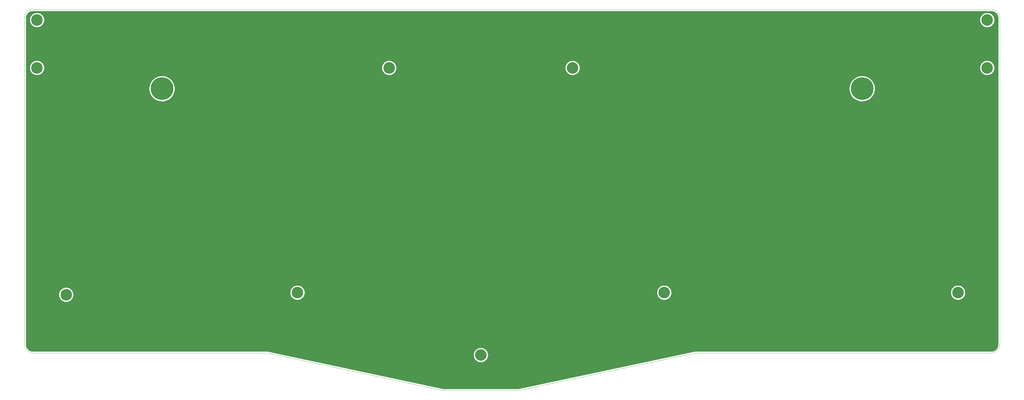
<source format=gbr>
%TF.GenerationSoftware,KiCad,Pcbnew,5.1.7-a382d34a8~88~ubuntu20.04.1*%
%TF.CreationDate,2021-02-22T02:14:22+01:00*%
%TF.ProjectId,basketweave_bottom,6261736b-6574-4776-9561-76655f626f74,rev?*%
%TF.SameCoordinates,Original*%
%TF.FileFunction,Copper,L1,Top*%
%TF.FilePolarity,Positive*%
%FSLAX46Y46*%
G04 Gerber Fmt 4.6, Leading zero omitted, Abs format (unit mm)*
G04 Created by KiCad (PCBNEW 5.1.7-a382d34a8~88~ubuntu20.04.1) date 2021-02-22 02:14:22*
%MOMM*%
%LPD*%
G01*
G04 APERTURE LIST*
%TA.AperFunction,Profile*%
%ADD10C,0.050000*%
%TD*%
%TA.AperFunction,ComponentPad*%
%ADD11C,4.400000*%
%TD*%
%TA.AperFunction,ComponentPad*%
%ADD12C,8.600000*%
%TD*%
%TA.AperFunction,NonConductor*%
%ADD13C,0.254000*%
%TD*%
%TA.AperFunction,NonConductor*%
%ADD14C,0.150000*%
%TD*%
G04 APERTURE END LIST*
D10*
X394493750Y-200818750D02*
G75*
G02*
X391318750Y-203993750I-3175000J0D01*
G01*
X26193750Y-203993750D02*
X115443000Y-203993750D01*
X391318750Y-73025000D02*
G75*
G02*
X394493750Y-76200000I0J-3175000D01*
G01*
X391318750Y-203993750D02*
X278606250Y-203993750D01*
X278606250Y-203993750D02*
X211137500Y-218281250D01*
X182562500Y-218281250D02*
X211137500Y-218281250D01*
X115443000Y-203993750D02*
X182562500Y-218281250D01*
X23018750Y-76200000D02*
G75*
G02*
X26193750Y-73025000I3175000J0D01*
G01*
X26193750Y-73025000D02*
X391318750Y-73025000D01*
X23018750Y-76200000D02*
X23018750Y-200818750D01*
X394493750Y-76200000D02*
X394493750Y-200818750D01*
X26193750Y-203993750D02*
G75*
G02*
X23018750Y-200818750I0J3175000D01*
G01*
D11*
X378618750Y-180975000D03*
X27781250Y-76993750D03*
D12*
X75406250Y-103187500D03*
D11*
X266700000Y-180975000D03*
X127000000Y-180975000D03*
X27781250Y-95250000D03*
X389731250Y-76993750D03*
X196850000Y-204787500D03*
X161925000Y-95250000D03*
X38893750Y-181768750D03*
X231775000Y-95250000D03*
X389731250Y-95250000D03*
D12*
X342106250Y-103187500D03*
D13*
X391806634Y-73736002D02*
X392275938Y-73877694D01*
X392708775Y-74107837D01*
X393088677Y-74417678D01*
X393401153Y-74795397D01*
X393634319Y-75226627D01*
X393779282Y-75694928D01*
X393833750Y-76213153D01*
X393833751Y-200786462D01*
X393782748Y-201306633D01*
X393641057Y-201775936D01*
X393410911Y-202208778D01*
X393101073Y-202588677D01*
X392723350Y-202901156D01*
X392292123Y-203134319D01*
X391823823Y-203279282D01*
X391305597Y-203333750D01*
X278634582Y-203333750D01*
X278598071Y-203330608D01*
X278537550Y-203337323D01*
X278476867Y-203343300D01*
X278441787Y-203353942D01*
X211068389Y-217621250D01*
X182631972Y-217621250D01*
X121030133Y-204508277D01*
X194015000Y-204508277D01*
X194015000Y-205066723D01*
X194123948Y-205614439D01*
X194337656Y-206130376D01*
X194647912Y-206594707D01*
X195042793Y-206989588D01*
X195507124Y-207299844D01*
X196023061Y-207513552D01*
X196570777Y-207622500D01*
X197129223Y-207622500D01*
X197676939Y-207513552D01*
X198192876Y-207299844D01*
X198657207Y-206989588D01*
X199052088Y-206594707D01*
X199362344Y-206130376D01*
X199576052Y-205614439D01*
X199685000Y-205066723D01*
X199685000Y-204508277D01*
X199576052Y-203960561D01*
X199362344Y-203444624D01*
X199052088Y-202980293D01*
X198657207Y-202585412D01*
X198192876Y-202275156D01*
X197676939Y-202061448D01*
X197129223Y-201952500D01*
X196570777Y-201952500D01*
X196023061Y-202061448D01*
X195507124Y-202275156D01*
X195042793Y-202585412D01*
X194647912Y-202980293D01*
X194337656Y-203444624D01*
X194123948Y-203960561D01*
X194015000Y-204508277D01*
X121030133Y-204508277D01*
X115607797Y-203354043D01*
X115572383Y-203343300D01*
X115512046Y-203337357D01*
X115451877Y-203330617D01*
X115415015Y-203333750D01*
X26226028Y-203333750D01*
X25705867Y-203282748D01*
X25236564Y-203141057D01*
X24803722Y-202910911D01*
X24423823Y-202601073D01*
X24111344Y-202223350D01*
X23878181Y-201792123D01*
X23733218Y-201323823D01*
X23678750Y-200805597D01*
X23678750Y-181489527D01*
X36058750Y-181489527D01*
X36058750Y-182047973D01*
X36167698Y-182595689D01*
X36381406Y-183111626D01*
X36691662Y-183575957D01*
X37086543Y-183970838D01*
X37550874Y-184281094D01*
X38066811Y-184494802D01*
X38614527Y-184603750D01*
X39172973Y-184603750D01*
X39720689Y-184494802D01*
X40236626Y-184281094D01*
X40700957Y-183970838D01*
X41095838Y-183575957D01*
X41406094Y-183111626D01*
X41619802Y-182595689D01*
X41728750Y-182047973D01*
X41728750Y-181489527D01*
X41619802Y-180941811D01*
X41517892Y-180695777D01*
X124165000Y-180695777D01*
X124165000Y-181254223D01*
X124273948Y-181801939D01*
X124487656Y-182317876D01*
X124797912Y-182782207D01*
X125192793Y-183177088D01*
X125657124Y-183487344D01*
X126173061Y-183701052D01*
X126720777Y-183810000D01*
X127279223Y-183810000D01*
X127826939Y-183701052D01*
X128342876Y-183487344D01*
X128807207Y-183177088D01*
X129202088Y-182782207D01*
X129512344Y-182317876D01*
X129726052Y-181801939D01*
X129835000Y-181254223D01*
X129835000Y-180695777D01*
X263865000Y-180695777D01*
X263865000Y-181254223D01*
X263973948Y-181801939D01*
X264187656Y-182317876D01*
X264497912Y-182782207D01*
X264892793Y-183177088D01*
X265357124Y-183487344D01*
X265873061Y-183701052D01*
X266420777Y-183810000D01*
X266979223Y-183810000D01*
X267526939Y-183701052D01*
X268042876Y-183487344D01*
X268507207Y-183177088D01*
X268902088Y-182782207D01*
X269212344Y-182317876D01*
X269426052Y-181801939D01*
X269535000Y-181254223D01*
X269535000Y-180695777D01*
X375783750Y-180695777D01*
X375783750Y-181254223D01*
X375892698Y-181801939D01*
X376106406Y-182317876D01*
X376416662Y-182782207D01*
X376811543Y-183177088D01*
X377275874Y-183487344D01*
X377791811Y-183701052D01*
X378339527Y-183810000D01*
X378897973Y-183810000D01*
X379445689Y-183701052D01*
X379961626Y-183487344D01*
X380425957Y-183177088D01*
X380820838Y-182782207D01*
X381131094Y-182317876D01*
X381344802Y-181801939D01*
X381453750Y-181254223D01*
X381453750Y-180695777D01*
X381344802Y-180148061D01*
X381131094Y-179632124D01*
X380820838Y-179167793D01*
X380425957Y-178772912D01*
X379961626Y-178462656D01*
X379445689Y-178248948D01*
X378897973Y-178140000D01*
X378339527Y-178140000D01*
X377791811Y-178248948D01*
X377275874Y-178462656D01*
X376811543Y-178772912D01*
X376416662Y-179167793D01*
X376106406Y-179632124D01*
X375892698Y-180148061D01*
X375783750Y-180695777D01*
X269535000Y-180695777D01*
X269426052Y-180148061D01*
X269212344Y-179632124D01*
X268902088Y-179167793D01*
X268507207Y-178772912D01*
X268042876Y-178462656D01*
X267526939Y-178248948D01*
X266979223Y-178140000D01*
X266420777Y-178140000D01*
X265873061Y-178248948D01*
X265357124Y-178462656D01*
X264892793Y-178772912D01*
X264497912Y-179167793D01*
X264187656Y-179632124D01*
X263973948Y-180148061D01*
X263865000Y-180695777D01*
X129835000Y-180695777D01*
X129726052Y-180148061D01*
X129512344Y-179632124D01*
X129202088Y-179167793D01*
X128807207Y-178772912D01*
X128342876Y-178462656D01*
X127826939Y-178248948D01*
X127279223Y-178140000D01*
X126720777Y-178140000D01*
X126173061Y-178248948D01*
X125657124Y-178462656D01*
X125192793Y-178772912D01*
X124797912Y-179167793D01*
X124487656Y-179632124D01*
X124273948Y-180148061D01*
X124165000Y-180695777D01*
X41517892Y-180695777D01*
X41406094Y-180425874D01*
X41095838Y-179961543D01*
X40700957Y-179566662D01*
X40236626Y-179256406D01*
X39720689Y-179042698D01*
X39172973Y-178933750D01*
X38614527Y-178933750D01*
X38066811Y-179042698D01*
X37550874Y-179256406D01*
X37086543Y-179566662D01*
X36691662Y-179961543D01*
X36381406Y-180425874D01*
X36167698Y-180941811D01*
X36058750Y-181489527D01*
X23678750Y-181489527D01*
X23678750Y-102701445D01*
X70471250Y-102701445D01*
X70471250Y-103673555D01*
X70660900Y-104626986D01*
X71032910Y-105525099D01*
X71572985Y-106333379D01*
X72260371Y-107020765D01*
X73068651Y-107560840D01*
X73966764Y-107932850D01*
X74920195Y-108122500D01*
X75892305Y-108122500D01*
X76845736Y-107932850D01*
X77743849Y-107560840D01*
X78552129Y-107020765D01*
X79239515Y-106333379D01*
X79779590Y-105525099D01*
X80151600Y-104626986D01*
X80341250Y-103673555D01*
X80341250Y-102701445D01*
X337171250Y-102701445D01*
X337171250Y-103673555D01*
X337360900Y-104626986D01*
X337732910Y-105525099D01*
X338272985Y-106333379D01*
X338960371Y-107020765D01*
X339768651Y-107560840D01*
X340666764Y-107932850D01*
X341620195Y-108122500D01*
X342592305Y-108122500D01*
X343545736Y-107932850D01*
X344443849Y-107560840D01*
X345252129Y-107020765D01*
X345939515Y-106333379D01*
X346479590Y-105525099D01*
X346851600Y-104626986D01*
X347041250Y-103673555D01*
X347041250Y-102701445D01*
X346851600Y-101748014D01*
X346479590Y-100849901D01*
X345939515Y-100041621D01*
X345252129Y-99354235D01*
X344443849Y-98814160D01*
X343545736Y-98442150D01*
X342592305Y-98252500D01*
X341620195Y-98252500D01*
X340666764Y-98442150D01*
X339768651Y-98814160D01*
X338960371Y-99354235D01*
X338272985Y-100041621D01*
X337732910Y-100849901D01*
X337360900Y-101748014D01*
X337171250Y-102701445D01*
X80341250Y-102701445D01*
X80151600Y-101748014D01*
X79779590Y-100849901D01*
X79239515Y-100041621D01*
X78552129Y-99354235D01*
X77743849Y-98814160D01*
X76845736Y-98442150D01*
X75892305Y-98252500D01*
X74920195Y-98252500D01*
X73966764Y-98442150D01*
X73068651Y-98814160D01*
X72260371Y-99354235D01*
X71572985Y-100041621D01*
X71032910Y-100849901D01*
X70660900Y-101748014D01*
X70471250Y-102701445D01*
X23678750Y-102701445D01*
X23678750Y-94970777D01*
X24946250Y-94970777D01*
X24946250Y-95529223D01*
X25055198Y-96076939D01*
X25268906Y-96592876D01*
X25579162Y-97057207D01*
X25974043Y-97452088D01*
X26438374Y-97762344D01*
X26954311Y-97976052D01*
X27502027Y-98085000D01*
X28060473Y-98085000D01*
X28608189Y-97976052D01*
X29124126Y-97762344D01*
X29588457Y-97452088D01*
X29983338Y-97057207D01*
X30293594Y-96592876D01*
X30507302Y-96076939D01*
X30616250Y-95529223D01*
X30616250Y-94970777D01*
X159090000Y-94970777D01*
X159090000Y-95529223D01*
X159198948Y-96076939D01*
X159412656Y-96592876D01*
X159722912Y-97057207D01*
X160117793Y-97452088D01*
X160582124Y-97762344D01*
X161098061Y-97976052D01*
X161645777Y-98085000D01*
X162204223Y-98085000D01*
X162751939Y-97976052D01*
X163267876Y-97762344D01*
X163732207Y-97452088D01*
X164127088Y-97057207D01*
X164437344Y-96592876D01*
X164651052Y-96076939D01*
X164760000Y-95529223D01*
X164760000Y-94970777D01*
X228940000Y-94970777D01*
X228940000Y-95529223D01*
X229048948Y-96076939D01*
X229262656Y-96592876D01*
X229572912Y-97057207D01*
X229967793Y-97452088D01*
X230432124Y-97762344D01*
X230948061Y-97976052D01*
X231495777Y-98085000D01*
X232054223Y-98085000D01*
X232601939Y-97976052D01*
X233117876Y-97762344D01*
X233582207Y-97452088D01*
X233977088Y-97057207D01*
X234287344Y-96592876D01*
X234501052Y-96076939D01*
X234610000Y-95529223D01*
X234610000Y-94970777D01*
X386896250Y-94970777D01*
X386896250Y-95529223D01*
X387005198Y-96076939D01*
X387218906Y-96592876D01*
X387529162Y-97057207D01*
X387924043Y-97452088D01*
X388388374Y-97762344D01*
X388904311Y-97976052D01*
X389452027Y-98085000D01*
X390010473Y-98085000D01*
X390558189Y-97976052D01*
X391074126Y-97762344D01*
X391538457Y-97452088D01*
X391933338Y-97057207D01*
X392243594Y-96592876D01*
X392457302Y-96076939D01*
X392566250Y-95529223D01*
X392566250Y-94970777D01*
X392457302Y-94423061D01*
X392243594Y-93907124D01*
X391933338Y-93442793D01*
X391538457Y-93047912D01*
X391074126Y-92737656D01*
X390558189Y-92523948D01*
X390010473Y-92415000D01*
X389452027Y-92415000D01*
X388904311Y-92523948D01*
X388388374Y-92737656D01*
X387924043Y-93047912D01*
X387529162Y-93442793D01*
X387218906Y-93907124D01*
X387005198Y-94423061D01*
X386896250Y-94970777D01*
X234610000Y-94970777D01*
X234501052Y-94423061D01*
X234287344Y-93907124D01*
X233977088Y-93442793D01*
X233582207Y-93047912D01*
X233117876Y-92737656D01*
X232601939Y-92523948D01*
X232054223Y-92415000D01*
X231495777Y-92415000D01*
X230948061Y-92523948D01*
X230432124Y-92737656D01*
X229967793Y-93047912D01*
X229572912Y-93442793D01*
X229262656Y-93907124D01*
X229048948Y-94423061D01*
X228940000Y-94970777D01*
X164760000Y-94970777D01*
X164651052Y-94423061D01*
X164437344Y-93907124D01*
X164127088Y-93442793D01*
X163732207Y-93047912D01*
X163267876Y-92737656D01*
X162751939Y-92523948D01*
X162204223Y-92415000D01*
X161645777Y-92415000D01*
X161098061Y-92523948D01*
X160582124Y-92737656D01*
X160117793Y-93047912D01*
X159722912Y-93442793D01*
X159412656Y-93907124D01*
X159198948Y-94423061D01*
X159090000Y-94970777D01*
X30616250Y-94970777D01*
X30507302Y-94423061D01*
X30293594Y-93907124D01*
X29983338Y-93442793D01*
X29588457Y-93047912D01*
X29124126Y-92737656D01*
X28608189Y-92523948D01*
X28060473Y-92415000D01*
X27502027Y-92415000D01*
X26954311Y-92523948D01*
X26438374Y-92737656D01*
X25974043Y-93047912D01*
X25579162Y-93442793D01*
X25268906Y-93907124D01*
X25055198Y-94423061D01*
X24946250Y-94970777D01*
X23678750Y-94970777D01*
X23678750Y-76714527D01*
X24946250Y-76714527D01*
X24946250Y-77272973D01*
X25055198Y-77820689D01*
X25268906Y-78336626D01*
X25579162Y-78800957D01*
X25974043Y-79195838D01*
X26438374Y-79506094D01*
X26954311Y-79719802D01*
X27502027Y-79828750D01*
X28060473Y-79828750D01*
X28608189Y-79719802D01*
X29124126Y-79506094D01*
X29588457Y-79195838D01*
X29983338Y-78800957D01*
X30293594Y-78336626D01*
X30507302Y-77820689D01*
X30616250Y-77272973D01*
X30616250Y-76714527D01*
X386896250Y-76714527D01*
X386896250Y-77272973D01*
X387005198Y-77820689D01*
X387218906Y-78336626D01*
X387529162Y-78800957D01*
X387924043Y-79195838D01*
X388388374Y-79506094D01*
X388904311Y-79719802D01*
X389452027Y-79828750D01*
X390010473Y-79828750D01*
X390558189Y-79719802D01*
X391074126Y-79506094D01*
X391538457Y-79195838D01*
X391933338Y-78800957D01*
X392243594Y-78336626D01*
X392457302Y-77820689D01*
X392566250Y-77272973D01*
X392566250Y-76714527D01*
X392457302Y-76166811D01*
X392243594Y-75650874D01*
X391933338Y-75186543D01*
X391538457Y-74791662D01*
X391074126Y-74481406D01*
X390558189Y-74267698D01*
X390010473Y-74158750D01*
X389452027Y-74158750D01*
X388904311Y-74267698D01*
X388388374Y-74481406D01*
X387924043Y-74791662D01*
X387529162Y-75186543D01*
X387218906Y-75650874D01*
X387005198Y-76166811D01*
X386896250Y-76714527D01*
X30616250Y-76714527D01*
X30507302Y-76166811D01*
X30293594Y-75650874D01*
X29983338Y-75186543D01*
X29588457Y-74791662D01*
X29124126Y-74481406D01*
X28608189Y-74267698D01*
X28060473Y-74158750D01*
X27502027Y-74158750D01*
X26954311Y-74267698D01*
X26438374Y-74481406D01*
X25974043Y-74791662D01*
X25579162Y-75186543D01*
X25268906Y-75650874D01*
X25055198Y-76166811D01*
X24946250Y-76714527D01*
X23678750Y-76714527D01*
X23678750Y-76232278D01*
X23729752Y-75712116D01*
X23871444Y-75242812D01*
X24101587Y-74809975D01*
X24411428Y-74430073D01*
X24789147Y-74117597D01*
X25220377Y-73884431D01*
X25688678Y-73739468D01*
X26206903Y-73685000D01*
X391286472Y-73685000D01*
X391806634Y-73736002D01*
%TA.AperFunction,NonConductor*%
D14*
G36*
X391806634Y-73736002D02*
G01*
X392275938Y-73877694D01*
X392708775Y-74107837D01*
X393088677Y-74417678D01*
X393401153Y-74795397D01*
X393634319Y-75226627D01*
X393779282Y-75694928D01*
X393833750Y-76213153D01*
X393833751Y-200786462D01*
X393782748Y-201306633D01*
X393641057Y-201775936D01*
X393410911Y-202208778D01*
X393101073Y-202588677D01*
X392723350Y-202901156D01*
X392292123Y-203134319D01*
X391823823Y-203279282D01*
X391305597Y-203333750D01*
X278634582Y-203333750D01*
X278598071Y-203330608D01*
X278537550Y-203337323D01*
X278476867Y-203343300D01*
X278441787Y-203353942D01*
X211068389Y-217621250D01*
X182631972Y-217621250D01*
X121030133Y-204508277D01*
X194015000Y-204508277D01*
X194015000Y-205066723D01*
X194123948Y-205614439D01*
X194337656Y-206130376D01*
X194647912Y-206594707D01*
X195042793Y-206989588D01*
X195507124Y-207299844D01*
X196023061Y-207513552D01*
X196570777Y-207622500D01*
X197129223Y-207622500D01*
X197676939Y-207513552D01*
X198192876Y-207299844D01*
X198657207Y-206989588D01*
X199052088Y-206594707D01*
X199362344Y-206130376D01*
X199576052Y-205614439D01*
X199685000Y-205066723D01*
X199685000Y-204508277D01*
X199576052Y-203960561D01*
X199362344Y-203444624D01*
X199052088Y-202980293D01*
X198657207Y-202585412D01*
X198192876Y-202275156D01*
X197676939Y-202061448D01*
X197129223Y-201952500D01*
X196570777Y-201952500D01*
X196023061Y-202061448D01*
X195507124Y-202275156D01*
X195042793Y-202585412D01*
X194647912Y-202980293D01*
X194337656Y-203444624D01*
X194123948Y-203960561D01*
X194015000Y-204508277D01*
X121030133Y-204508277D01*
X115607797Y-203354043D01*
X115572383Y-203343300D01*
X115512046Y-203337357D01*
X115451877Y-203330617D01*
X115415015Y-203333750D01*
X26226028Y-203333750D01*
X25705867Y-203282748D01*
X25236564Y-203141057D01*
X24803722Y-202910911D01*
X24423823Y-202601073D01*
X24111344Y-202223350D01*
X23878181Y-201792123D01*
X23733218Y-201323823D01*
X23678750Y-200805597D01*
X23678750Y-181489527D01*
X36058750Y-181489527D01*
X36058750Y-182047973D01*
X36167698Y-182595689D01*
X36381406Y-183111626D01*
X36691662Y-183575957D01*
X37086543Y-183970838D01*
X37550874Y-184281094D01*
X38066811Y-184494802D01*
X38614527Y-184603750D01*
X39172973Y-184603750D01*
X39720689Y-184494802D01*
X40236626Y-184281094D01*
X40700957Y-183970838D01*
X41095838Y-183575957D01*
X41406094Y-183111626D01*
X41619802Y-182595689D01*
X41728750Y-182047973D01*
X41728750Y-181489527D01*
X41619802Y-180941811D01*
X41517892Y-180695777D01*
X124165000Y-180695777D01*
X124165000Y-181254223D01*
X124273948Y-181801939D01*
X124487656Y-182317876D01*
X124797912Y-182782207D01*
X125192793Y-183177088D01*
X125657124Y-183487344D01*
X126173061Y-183701052D01*
X126720777Y-183810000D01*
X127279223Y-183810000D01*
X127826939Y-183701052D01*
X128342876Y-183487344D01*
X128807207Y-183177088D01*
X129202088Y-182782207D01*
X129512344Y-182317876D01*
X129726052Y-181801939D01*
X129835000Y-181254223D01*
X129835000Y-180695777D01*
X263865000Y-180695777D01*
X263865000Y-181254223D01*
X263973948Y-181801939D01*
X264187656Y-182317876D01*
X264497912Y-182782207D01*
X264892793Y-183177088D01*
X265357124Y-183487344D01*
X265873061Y-183701052D01*
X266420777Y-183810000D01*
X266979223Y-183810000D01*
X267526939Y-183701052D01*
X268042876Y-183487344D01*
X268507207Y-183177088D01*
X268902088Y-182782207D01*
X269212344Y-182317876D01*
X269426052Y-181801939D01*
X269535000Y-181254223D01*
X269535000Y-180695777D01*
X375783750Y-180695777D01*
X375783750Y-181254223D01*
X375892698Y-181801939D01*
X376106406Y-182317876D01*
X376416662Y-182782207D01*
X376811543Y-183177088D01*
X377275874Y-183487344D01*
X377791811Y-183701052D01*
X378339527Y-183810000D01*
X378897973Y-183810000D01*
X379445689Y-183701052D01*
X379961626Y-183487344D01*
X380425957Y-183177088D01*
X380820838Y-182782207D01*
X381131094Y-182317876D01*
X381344802Y-181801939D01*
X381453750Y-181254223D01*
X381453750Y-180695777D01*
X381344802Y-180148061D01*
X381131094Y-179632124D01*
X380820838Y-179167793D01*
X380425957Y-178772912D01*
X379961626Y-178462656D01*
X379445689Y-178248948D01*
X378897973Y-178140000D01*
X378339527Y-178140000D01*
X377791811Y-178248948D01*
X377275874Y-178462656D01*
X376811543Y-178772912D01*
X376416662Y-179167793D01*
X376106406Y-179632124D01*
X375892698Y-180148061D01*
X375783750Y-180695777D01*
X269535000Y-180695777D01*
X269426052Y-180148061D01*
X269212344Y-179632124D01*
X268902088Y-179167793D01*
X268507207Y-178772912D01*
X268042876Y-178462656D01*
X267526939Y-178248948D01*
X266979223Y-178140000D01*
X266420777Y-178140000D01*
X265873061Y-178248948D01*
X265357124Y-178462656D01*
X264892793Y-178772912D01*
X264497912Y-179167793D01*
X264187656Y-179632124D01*
X263973948Y-180148061D01*
X263865000Y-180695777D01*
X129835000Y-180695777D01*
X129726052Y-180148061D01*
X129512344Y-179632124D01*
X129202088Y-179167793D01*
X128807207Y-178772912D01*
X128342876Y-178462656D01*
X127826939Y-178248948D01*
X127279223Y-178140000D01*
X126720777Y-178140000D01*
X126173061Y-178248948D01*
X125657124Y-178462656D01*
X125192793Y-178772912D01*
X124797912Y-179167793D01*
X124487656Y-179632124D01*
X124273948Y-180148061D01*
X124165000Y-180695777D01*
X41517892Y-180695777D01*
X41406094Y-180425874D01*
X41095838Y-179961543D01*
X40700957Y-179566662D01*
X40236626Y-179256406D01*
X39720689Y-179042698D01*
X39172973Y-178933750D01*
X38614527Y-178933750D01*
X38066811Y-179042698D01*
X37550874Y-179256406D01*
X37086543Y-179566662D01*
X36691662Y-179961543D01*
X36381406Y-180425874D01*
X36167698Y-180941811D01*
X36058750Y-181489527D01*
X23678750Y-181489527D01*
X23678750Y-102701445D01*
X70471250Y-102701445D01*
X70471250Y-103673555D01*
X70660900Y-104626986D01*
X71032910Y-105525099D01*
X71572985Y-106333379D01*
X72260371Y-107020765D01*
X73068651Y-107560840D01*
X73966764Y-107932850D01*
X74920195Y-108122500D01*
X75892305Y-108122500D01*
X76845736Y-107932850D01*
X77743849Y-107560840D01*
X78552129Y-107020765D01*
X79239515Y-106333379D01*
X79779590Y-105525099D01*
X80151600Y-104626986D01*
X80341250Y-103673555D01*
X80341250Y-102701445D01*
X337171250Y-102701445D01*
X337171250Y-103673555D01*
X337360900Y-104626986D01*
X337732910Y-105525099D01*
X338272985Y-106333379D01*
X338960371Y-107020765D01*
X339768651Y-107560840D01*
X340666764Y-107932850D01*
X341620195Y-108122500D01*
X342592305Y-108122500D01*
X343545736Y-107932850D01*
X344443849Y-107560840D01*
X345252129Y-107020765D01*
X345939515Y-106333379D01*
X346479590Y-105525099D01*
X346851600Y-104626986D01*
X347041250Y-103673555D01*
X347041250Y-102701445D01*
X346851600Y-101748014D01*
X346479590Y-100849901D01*
X345939515Y-100041621D01*
X345252129Y-99354235D01*
X344443849Y-98814160D01*
X343545736Y-98442150D01*
X342592305Y-98252500D01*
X341620195Y-98252500D01*
X340666764Y-98442150D01*
X339768651Y-98814160D01*
X338960371Y-99354235D01*
X338272985Y-100041621D01*
X337732910Y-100849901D01*
X337360900Y-101748014D01*
X337171250Y-102701445D01*
X80341250Y-102701445D01*
X80151600Y-101748014D01*
X79779590Y-100849901D01*
X79239515Y-100041621D01*
X78552129Y-99354235D01*
X77743849Y-98814160D01*
X76845736Y-98442150D01*
X75892305Y-98252500D01*
X74920195Y-98252500D01*
X73966764Y-98442150D01*
X73068651Y-98814160D01*
X72260371Y-99354235D01*
X71572985Y-100041621D01*
X71032910Y-100849901D01*
X70660900Y-101748014D01*
X70471250Y-102701445D01*
X23678750Y-102701445D01*
X23678750Y-94970777D01*
X24946250Y-94970777D01*
X24946250Y-95529223D01*
X25055198Y-96076939D01*
X25268906Y-96592876D01*
X25579162Y-97057207D01*
X25974043Y-97452088D01*
X26438374Y-97762344D01*
X26954311Y-97976052D01*
X27502027Y-98085000D01*
X28060473Y-98085000D01*
X28608189Y-97976052D01*
X29124126Y-97762344D01*
X29588457Y-97452088D01*
X29983338Y-97057207D01*
X30293594Y-96592876D01*
X30507302Y-96076939D01*
X30616250Y-95529223D01*
X30616250Y-94970777D01*
X159090000Y-94970777D01*
X159090000Y-95529223D01*
X159198948Y-96076939D01*
X159412656Y-96592876D01*
X159722912Y-97057207D01*
X160117793Y-97452088D01*
X160582124Y-97762344D01*
X161098061Y-97976052D01*
X161645777Y-98085000D01*
X162204223Y-98085000D01*
X162751939Y-97976052D01*
X163267876Y-97762344D01*
X163732207Y-97452088D01*
X164127088Y-97057207D01*
X164437344Y-96592876D01*
X164651052Y-96076939D01*
X164760000Y-95529223D01*
X164760000Y-94970777D01*
X228940000Y-94970777D01*
X228940000Y-95529223D01*
X229048948Y-96076939D01*
X229262656Y-96592876D01*
X229572912Y-97057207D01*
X229967793Y-97452088D01*
X230432124Y-97762344D01*
X230948061Y-97976052D01*
X231495777Y-98085000D01*
X232054223Y-98085000D01*
X232601939Y-97976052D01*
X233117876Y-97762344D01*
X233582207Y-97452088D01*
X233977088Y-97057207D01*
X234287344Y-96592876D01*
X234501052Y-96076939D01*
X234610000Y-95529223D01*
X234610000Y-94970777D01*
X386896250Y-94970777D01*
X386896250Y-95529223D01*
X387005198Y-96076939D01*
X387218906Y-96592876D01*
X387529162Y-97057207D01*
X387924043Y-97452088D01*
X388388374Y-97762344D01*
X388904311Y-97976052D01*
X389452027Y-98085000D01*
X390010473Y-98085000D01*
X390558189Y-97976052D01*
X391074126Y-97762344D01*
X391538457Y-97452088D01*
X391933338Y-97057207D01*
X392243594Y-96592876D01*
X392457302Y-96076939D01*
X392566250Y-95529223D01*
X392566250Y-94970777D01*
X392457302Y-94423061D01*
X392243594Y-93907124D01*
X391933338Y-93442793D01*
X391538457Y-93047912D01*
X391074126Y-92737656D01*
X390558189Y-92523948D01*
X390010473Y-92415000D01*
X389452027Y-92415000D01*
X388904311Y-92523948D01*
X388388374Y-92737656D01*
X387924043Y-93047912D01*
X387529162Y-93442793D01*
X387218906Y-93907124D01*
X387005198Y-94423061D01*
X386896250Y-94970777D01*
X234610000Y-94970777D01*
X234501052Y-94423061D01*
X234287344Y-93907124D01*
X233977088Y-93442793D01*
X233582207Y-93047912D01*
X233117876Y-92737656D01*
X232601939Y-92523948D01*
X232054223Y-92415000D01*
X231495777Y-92415000D01*
X230948061Y-92523948D01*
X230432124Y-92737656D01*
X229967793Y-93047912D01*
X229572912Y-93442793D01*
X229262656Y-93907124D01*
X229048948Y-94423061D01*
X228940000Y-94970777D01*
X164760000Y-94970777D01*
X164651052Y-94423061D01*
X164437344Y-93907124D01*
X164127088Y-93442793D01*
X163732207Y-93047912D01*
X163267876Y-92737656D01*
X162751939Y-92523948D01*
X162204223Y-92415000D01*
X161645777Y-92415000D01*
X161098061Y-92523948D01*
X160582124Y-92737656D01*
X160117793Y-93047912D01*
X159722912Y-93442793D01*
X159412656Y-93907124D01*
X159198948Y-94423061D01*
X159090000Y-94970777D01*
X30616250Y-94970777D01*
X30507302Y-94423061D01*
X30293594Y-93907124D01*
X29983338Y-93442793D01*
X29588457Y-93047912D01*
X29124126Y-92737656D01*
X28608189Y-92523948D01*
X28060473Y-92415000D01*
X27502027Y-92415000D01*
X26954311Y-92523948D01*
X26438374Y-92737656D01*
X25974043Y-93047912D01*
X25579162Y-93442793D01*
X25268906Y-93907124D01*
X25055198Y-94423061D01*
X24946250Y-94970777D01*
X23678750Y-94970777D01*
X23678750Y-76714527D01*
X24946250Y-76714527D01*
X24946250Y-77272973D01*
X25055198Y-77820689D01*
X25268906Y-78336626D01*
X25579162Y-78800957D01*
X25974043Y-79195838D01*
X26438374Y-79506094D01*
X26954311Y-79719802D01*
X27502027Y-79828750D01*
X28060473Y-79828750D01*
X28608189Y-79719802D01*
X29124126Y-79506094D01*
X29588457Y-79195838D01*
X29983338Y-78800957D01*
X30293594Y-78336626D01*
X30507302Y-77820689D01*
X30616250Y-77272973D01*
X30616250Y-76714527D01*
X386896250Y-76714527D01*
X386896250Y-77272973D01*
X387005198Y-77820689D01*
X387218906Y-78336626D01*
X387529162Y-78800957D01*
X387924043Y-79195838D01*
X388388374Y-79506094D01*
X388904311Y-79719802D01*
X389452027Y-79828750D01*
X390010473Y-79828750D01*
X390558189Y-79719802D01*
X391074126Y-79506094D01*
X391538457Y-79195838D01*
X391933338Y-78800957D01*
X392243594Y-78336626D01*
X392457302Y-77820689D01*
X392566250Y-77272973D01*
X392566250Y-76714527D01*
X392457302Y-76166811D01*
X392243594Y-75650874D01*
X391933338Y-75186543D01*
X391538457Y-74791662D01*
X391074126Y-74481406D01*
X390558189Y-74267698D01*
X390010473Y-74158750D01*
X389452027Y-74158750D01*
X388904311Y-74267698D01*
X388388374Y-74481406D01*
X387924043Y-74791662D01*
X387529162Y-75186543D01*
X387218906Y-75650874D01*
X387005198Y-76166811D01*
X386896250Y-76714527D01*
X30616250Y-76714527D01*
X30507302Y-76166811D01*
X30293594Y-75650874D01*
X29983338Y-75186543D01*
X29588457Y-74791662D01*
X29124126Y-74481406D01*
X28608189Y-74267698D01*
X28060473Y-74158750D01*
X27502027Y-74158750D01*
X26954311Y-74267698D01*
X26438374Y-74481406D01*
X25974043Y-74791662D01*
X25579162Y-75186543D01*
X25268906Y-75650874D01*
X25055198Y-76166811D01*
X24946250Y-76714527D01*
X23678750Y-76714527D01*
X23678750Y-76232278D01*
X23729752Y-75712116D01*
X23871444Y-75242812D01*
X24101587Y-74809975D01*
X24411428Y-74430073D01*
X24789147Y-74117597D01*
X25220377Y-73884431D01*
X25688678Y-73739468D01*
X26206903Y-73685000D01*
X391286472Y-73685000D01*
X391806634Y-73736002D01*
G37*
%TD.AperFunction*%
M02*

</source>
